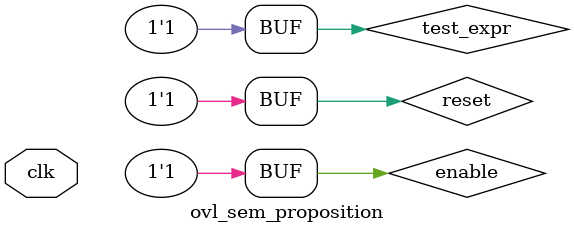
<source format=sv>
module ovl_sem_proposition(input logic clk);
  logic reset = 1'b1;
  logic enable = 1'b1;
`ifdef FAIL
  logic test_expr = 1'b0;
`else
  logic test_expr = 1'b1;
`endif

  ovl_proposition dut (
      .reset(reset),
      .enable(enable),
      .test_expr(test_expr),
      .fire());
endmodule

</source>
